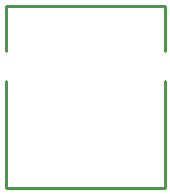
<source format=gbo>
%FSTAX23Y23*%
%MOIN*%
%SFA1B1*%

%IPPOS*%
%ADD75C,0.010000*%
%LNunisolder52_back-1*%
%LPD*%
G54D75*
X0447Y02815D02*
X05D01*
X0447Y0342D02*
X05D01*
X0447Y0327D02*
Y0342D01*
Y02815D02*
Y0317D01*
X05Y02815D02*
Y0317D01*
Y0327D02*
Y0342D01*
M02*
</source>
